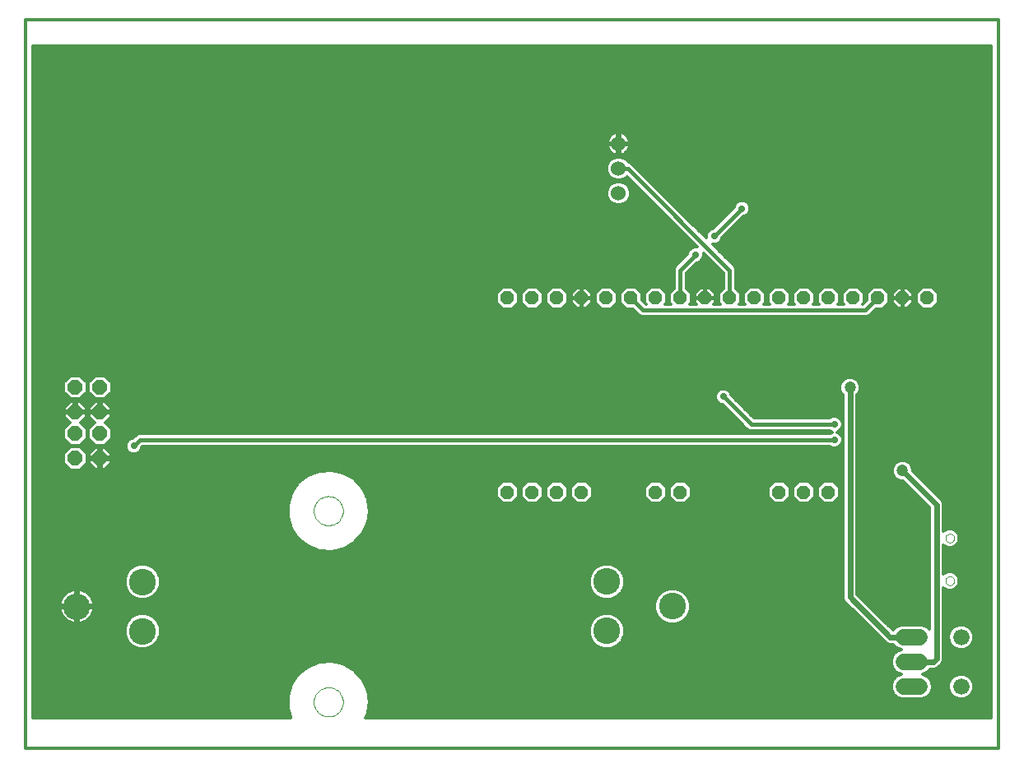
<source format=gbl>
G75*
G70*
%OFA0B0*%
%FSLAX24Y24*%
%IPPOS*%
%LPD*%
%AMOC8*
5,1,8,0,0,1.08239X$1,22.5*
%
%ADD10C,0.0120*%
%ADD11C,0.0000*%
%ADD12C,0.0600*%
%ADD13C,0.1080*%
%ADD14C,0.0650*%
%ADD15C,0.0660*%
%ADD16OC8,0.0531*%
%ADD17OC8,0.0591*%
%ADD18C,0.0290*%
%ADD19C,0.0220*%
%ADD20C,0.0472*%
%ADD21C,0.0160*%
D10*
X000624Y000160D02*
X000624Y029688D01*
X039994Y029688D01*
X039994Y000160D01*
X000624Y000160D01*
X000894Y001388D02*
X000894Y028638D01*
X039724Y028638D01*
X039724Y001388D01*
X014384Y001388D01*
X014460Y001546D01*
X014534Y002035D01*
X014460Y002524D01*
X014460Y002524D01*
X014246Y002970D01*
X014246Y002970D01*
X013909Y003333D01*
X013480Y003580D01*
X012998Y003690D01*
X012505Y003653D01*
X012505Y003653D01*
X012044Y003473D01*
X011657Y003164D01*
X011378Y002755D01*
X011233Y002282D01*
X011233Y001788D01*
X011356Y001388D01*
X000894Y001388D01*
X000894Y001464D02*
X011333Y001464D01*
X011296Y001582D02*
X000894Y001582D01*
X000894Y001701D02*
X011259Y001701D01*
X011233Y001819D02*
X000894Y001819D01*
X000894Y001938D02*
X011233Y001938D01*
X011233Y002056D02*
X000894Y002056D01*
X000894Y002175D02*
X011233Y002175D01*
X011236Y002293D02*
X000894Y002293D01*
X000894Y002412D02*
X011272Y002412D01*
X011309Y002530D02*
X000894Y002530D01*
X000894Y002649D02*
X011345Y002649D01*
X011378Y002755D02*
X011378Y002755D01*
X011386Y002767D02*
X000894Y002767D01*
X000894Y002886D02*
X011467Y002886D01*
X011548Y003004D02*
X000894Y003004D01*
X000894Y003123D02*
X011629Y003123D01*
X011657Y003164D02*
X011657Y003164D01*
X011657Y003164D01*
X011754Y003241D02*
X000894Y003241D01*
X000894Y003360D02*
X011902Y003360D01*
X012044Y003473D02*
X012044Y003473D01*
X012058Y003478D02*
X000894Y003478D01*
X000894Y003597D02*
X012360Y003597D01*
X012998Y003690D02*
X012998Y003690D01*
X013409Y003597D02*
X035669Y003597D01*
X035669Y003560D02*
X035669Y003760D01*
X035746Y003946D01*
X035888Y004088D01*
X036062Y004160D01*
X035888Y004232D01*
X035750Y004370D01*
X035566Y004370D01*
X035460Y004414D01*
X033753Y006121D01*
X033709Y006227D01*
X033709Y014486D01*
X033646Y014549D01*
X033583Y014702D01*
X033583Y014868D01*
X033646Y015021D01*
X033763Y015138D01*
X033916Y015201D01*
X034082Y015201D01*
X034235Y015138D01*
X034352Y015021D01*
X034415Y014868D01*
X034415Y014702D01*
X034352Y014549D01*
X034289Y014486D01*
X034289Y006405D01*
X035744Y004950D01*
X035750Y004950D01*
X035888Y005088D01*
X036074Y005165D01*
X036924Y005165D01*
X037110Y005088D01*
X037209Y004989D01*
X037209Y009915D01*
X036130Y010994D01*
X036041Y010994D01*
X035888Y011057D01*
X035771Y011174D01*
X035708Y011327D01*
X035708Y011493D01*
X035771Y011646D01*
X035888Y011763D01*
X036041Y011826D01*
X036207Y011826D01*
X036360Y011763D01*
X036477Y011646D01*
X036540Y011493D01*
X036540Y011404D01*
X037745Y010199D01*
X037789Y010093D01*
X037789Y008973D01*
X037820Y009004D01*
X037962Y009063D01*
X038116Y009063D01*
X038259Y009004D01*
X038367Y008895D01*
X038426Y008753D01*
X038426Y008599D01*
X038367Y008457D01*
X038259Y008348D01*
X038116Y008289D01*
X037962Y008289D01*
X037820Y008348D01*
X037789Y008379D01*
X037789Y007241D01*
X037820Y007272D01*
X037962Y007331D01*
X038116Y007331D01*
X038259Y007272D01*
X038367Y007163D01*
X038426Y007021D01*
X038426Y006867D01*
X038367Y006725D01*
X038259Y006616D01*
X038116Y006557D01*
X037962Y006557D01*
X037820Y006616D01*
X037789Y006647D01*
X037789Y003727D01*
X037745Y003621D01*
X037663Y003539D01*
X037538Y003414D01*
X037432Y003370D01*
X037248Y003370D01*
X037110Y003232D01*
X036936Y003160D01*
X037110Y003088D01*
X037252Y002946D01*
X037329Y002760D01*
X037329Y002560D01*
X037252Y002374D01*
X037110Y002232D01*
X036924Y002155D01*
X036074Y002155D01*
X035888Y002232D01*
X035746Y002374D01*
X035669Y002560D01*
X035669Y002760D01*
X035746Y002946D01*
X035888Y003088D01*
X036062Y003160D01*
X035888Y003232D01*
X035746Y003374D01*
X035669Y003560D01*
X035703Y003478D02*
X013658Y003478D01*
X013480Y003580D02*
X013480Y003580D01*
X013863Y003360D02*
X035761Y003360D01*
X035879Y003241D02*
X013994Y003241D01*
X013909Y003333D02*
X013909Y003333D01*
X014104Y003123D02*
X035972Y003123D01*
X035804Y003004D02*
X014214Y003004D01*
X014286Y002886D02*
X035721Y002886D01*
X035672Y002767D02*
X014343Y002767D01*
X014400Y002649D02*
X035669Y002649D01*
X035682Y002530D02*
X014458Y002530D01*
X014477Y002412D02*
X035731Y002412D01*
X035827Y002293D02*
X014495Y002293D01*
X014513Y002175D02*
X036027Y002175D01*
X036971Y002175D02*
X038338Y002175D01*
X038398Y002150D02*
X038600Y002150D01*
X038788Y002228D01*
X038931Y002371D01*
X039009Y002559D01*
X039009Y002761D01*
X038931Y002949D01*
X038788Y003092D01*
X038600Y003170D01*
X038398Y003170D01*
X038210Y003092D01*
X038067Y002949D01*
X037989Y002761D01*
X037989Y002559D01*
X038067Y002371D01*
X038210Y002228D01*
X038398Y002150D01*
X038660Y002175D02*
X039724Y002175D01*
X039724Y002293D02*
X038853Y002293D01*
X038948Y002412D02*
X039724Y002412D01*
X039724Y002530D02*
X038997Y002530D01*
X039009Y002649D02*
X039724Y002649D01*
X039724Y002767D02*
X039007Y002767D01*
X038958Y002886D02*
X039724Y002886D01*
X039724Y003004D02*
X038876Y003004D01*
X038715Y003123D02*
X039724Y003123D01*
X039724Y003241D02*
X037119Y003241D01*
X037026Y003123D02*
X038283Y003123D01*
X038122Y003004D02*
X037194Y003004D01*
X037277Y002886D02*
X038040Y002886D01*
X037991Y002767D02*
X037326Y002767D01*
X037329Y002649D02*
X037989Y002649D01*
X038001Y002530D02*
X037316Y002530D01*
X037267Y002412D02*
X038050Y002412D01*
X038145Y002293D02*
X037171Y002293D01*
X037237Y003360D02*
X039724Y003360D01*
X039724Y003478D02*
X037602Y003478D01*
X037721Y003597D02*
X039724Y003597D01*
X039724Y003715D02*
X037784Y003715D01*
X037789Y003834D02*
X039724Y003834D01*
X039724Y003952D02*
X037789Y003952D01*
X037789Y004071D02*
X039724Y004071D01*
X039724Y004189D02*
X038695Y004189D01*
X038788Y004228D02*
X038931Y004371D01*
X039009Y004559D01*
X039009Y004761D01*
X038931Y004949D01*
X038788Y005092D01*
X038600Y005170D01*
X038398Y005170D01*
X038210Y005092D01*
X038067Y004949D01*
X037989Y004761D01*
X037989Y004559D01*
X038067Y004371D01*
X038210Y004228D01*
X038398Y004150D01*
X038600Y004150D01*
X038788Y004228D01*
X038868Y004308D02*
X039724Y004308D01*
X039724Y004426D02*
X038954Y004426D01*
X039003Y004545D02*
X039724Y004545D01*
X039724Y004663D02*
X039009Y004663D01*
X039001Y004782D02*
X039724Y004782D01*
X039724Y004900D02*
X038952Y004900D01*
X038862Y005019D02*
X039724Y005019D01*
X039724Y005137D02*
X038680Y005137D01*
X038318Y005137D02*
X037789Y005137D01*
X037789Y005019D02*
X038136Y005019D01*
X038046Y004900D02*
X037789Y004900D01*
X037789Y004782D02*
X037997Y004782D01*
X037989Y004663D02*
X037789Y004663D01*
X037789Y004545D02*
X037995Y004545D01*
X038044Y004426D02*
X037789Y004426D01*
X037789Y004308D02*
X038130Y004308D01*
X038303Y004189D02*
X037789Y004189D01*
X037209Y005019D02*
X037179Y005019D01*
X037209Y005137D02*
X036991Y005137D01*
X037209Y005256D02*
X035439Y005256D01*
X035320Y005374D02*
X037209Y005374D01*
X037209Y005493D02*
X035202Y005493D01*
X035083Y005611D02*
X037209Y005611D01*
X037209Y005730D02*
X034965Y005730D01*
X034846Y005848D02*
X037209Y005848D01*
X037209Y005967D02*
X034728Y005967D01*
X034609Y006085D02*
X037209Y006085D01*
X037209Y006204D02*
X034491Y006204D01*
X034372Y006322D02*
X037209Y006322D01*
X037209Y006441D02*
X034289Y006441D01*
X034289Y006559D02*
X037209Y006559D01*
X037209Y006678D02*
X034289Y006678D01*
X034289Y006796D02*
X037209Y006796D01*
X037209Y006915D02*
X034289Y006915D01*
X034289Y007033D02*
X037209Y007033D01*
X037209Y007152D02*
X034289Y007152D01*
X034289Y007270D02*
X037209Y007270D01*
X037209Y007389D02*
X034289Y007389D01*
X034289Y007507D02*
X037209Y007507D01*
X037209Y007626D02*
X034289Y007626D01*
X034289Y007744D02*
X037209Y007744D01*
X037209Y007863D02*
X034289Y007863D01*
X034289Y007981D02*
X037209Y007981D01*
X037209Y008100D02*
X034289Y008100D01*
X034289Y008218D02*
X037209Y008218D01*
X037209Y008337D02*
X034289Y008337D01*
X034289Y008455D02*
X037209Y008455D01*
X037209Y008574D02*
X034289Y008574D01*
X034289Y008692D02*
X037209Y008692D01*
X037209Y008811D02*
X034289Y008811D01*
X034289Y008929D02*
X037209Y008929D01*
X037209Y009048D02*
X034289Y009048D01*
X034289Y009166D02*
X037209Y009166D01*
X037209Y009285D02*
X034289Y009285D01*
X034289Y009403D02*
X037209Y009403D01*
X037209Y009522D02*
X034289Y009522D01*
X034289Y009640D02*
X037209Y009640D01*
X037209Y009759D02*
X034289Y009759D01*
X034289Y009877D02*
X037209Y009877D01*
X037128Y009996D02*
X034289Y009996D01*
X034289Y010114D02*
X037010Y010114D01*
X036891Y010233D02*
X034289Y010233D01*
X034289Y010351D02*
X036773Y010351D01*
X036654Y010470D02*
X034289Y010470D01*
X034289Y010588D02*
X036536Y010588D01*
X036417Y010707D02*
X034289Y010707D01*
X034289Y010825D02*
X036299Y010825D01*
X036180Y010944D02*
X034289Y010944D01*
X034289Y011062D02*
X035883Y011062D01*
X035769Y011181D02*
X034289Y011181D01*
X034289Y011299D02*
X035719Y011299D01*
X035708Y011418D02*
X034289Y011418D01*
X034289Y011536D02*
X035726Y011536D01*
X035780Y011655D02*
X034289Y011655D01*
X034289Y011773D02*
X035913Y011773D01*
X036335Y011773D02*
X039724Y011773D01*
X039724Y011655D02*
X036468Y011655D01*
X036522Y011536D02*
X039724Y011536D01*
X039724Y011418D02*
X036540Y011418D01*
X036645Y011299D02*
X039724Y011299D01*
X039724Y011181D02*
X036764Y011181D01*
X036882Y011062D02*
X039724Y011062D01*
X039724Y010944D02*
X037001Y010944D01*
X037119Y010825D02*
X039724Y010825D01*
X039724Y010707D02*
X037238Y010707D01*
X037356Y010588D02*
X039724Y010588D01*
X039724Y010470D02*
X037475Y010470D01*
X037593Y010351D02*
X039724Y010351D01*
X039724Y010233D02*
X037712Y010233D01*
X037780Y010114D02*
X039724Y010114D01*
X039724Y009996D02*
X037789Y009996D01*
X037789Y009877D02*
X039724Y009877D01*
X039724Y009759D02*
X037789Y009759D01*
X037789Y009640D02*
X039724Y009640D01*
X039724Y009522D02*
X037789Y009522D01*
X037789Y009403D02*
X039724Y009403D01*
X039724Y009285D02*
X037789Y009285D01*
X037789Y009166D02*
X039724Y009166D01*
X039724Y009048D02*
X038154Y009048D01*
X038334Y008929D02*
X039724Y008929D01*
X039724Y008811D02*
X038403Y008811D01*
X038426Y008692D02*
X039724Y008692D01*
X039724Y008574D02*
X038416Y008574D01*
X038366Y008455D02*
X039724Y008455D01*
X039724Y008337D02*
X038231Y008337D01*
X037847Y008337D02*
X037789Y008337D01*
X037789Y008218D02*
X039724Y008218D01*
X039724Y008100D02*
X037789Y008100D01*
X037789Y007981D02*
X039724Y007981D01*
X039724Y007863D02*
X037789Y007863D01*
X037789Y007744D02*
X039724Y007744D01*
X039724Y007626D02*
X037789Y007626D01*
X037789Y007507D02*
X039724Y007507D01*
X039724Y007389D02*
X037789Y007389D01*
X037789Y007270D02*
X037818Y007270D01*
X038261Y007270D02*
X039724Y007270D01*
X039724Y007152D02*
X038372Y007152D01*
X038421Y007033D02*
X039724Y007033D01*
X039724Y006915D02*
X038426Y006915D01*
X038397Y006796D02*
X039724Y006796D01*
X039724Y006678D02*
X038320Y006678D01*
X038122Y006559D02*
X039724Y006559D01*
X039724Y006441D02*
X037789Y006441D01*
X037789Y006559D02*
X037957Y006559D01*
X037789Y006322D02*
X039724Y006322D01*
X039724Y006204D02*
X037789Y006204D01*
X037789Y006085D02*
X039724Y006085D01*
X039724Y005967D02*
X037789Y005967D01*
X037789Y005848D02*
X039724Y005848D01*
X039724Y005730D02*
X037789Y005730D01*
X037789Y005611D02*
X039724Y005611D01*
X039724Y005493D02*
X037789Y005493D01*
X037789Y005374D02*
X039724Y005374D01*
X039724Y005256D02*
X037789Y005256D01*
X036007Y005137D02*
X035557Y005137D01*
X035676Y005019D02*
X035819Y005019D01*
X035329Y004545D02*
X024777Y004545D01*
X024761Y004506D02*
X024871Y004771D01*
X024871Y005057D01*
X024761Y005322D01*
X024558Y005524D01*
X024294Y005634D01*
X024007Y005634D01*
X023743Y005524D01*
X023540Y005322D01*
X023431Y005057D01*
X023431Y004771D01*
X023540Y004506D01*
X023743Y004304D01*
X024007Y004194D01*
X024294Y004194D01*
X024558Y004304D01*
X024761Y004506D01*
X024681Y004426D02*
X035448Y004426D01*
X035211Y004663D02*
X024826Y004663D01*
X024871Y004782D02*
X035092Y004782D01*
X034974Y004900D02*
X024871Y004900D01*
X024871Y005019D02*
X034855Y005019D01*
X034737Y005137D02*
X024838Y005137D01*
X024788Y005256D02*
X026515Y005256D01*
X026399Y005304D02*
X026664Y005194D01*
X026950Y005194D01*
X027215Y005304D01*
X027418Y005506D01*
X027527Y005771D01*
X027527Y006057D01*
X027418Y006322D01*
X027215Y006524D01*
X026950Y006634D01*
X026664Y006634D01*
X026399Y006524D01*
X026197Y006322D01*
X024577Y006322D01*
X024558Y006304D02*
X024761Y006506D01*
X024871Y006771D01*
X024871Y007057D01*
X024761Y007322D01*
X024558Y007524D01*
X024294Y007634D01*
X024007Y007634D01*
X023743Y007524D01*
X023540Y007322D01*
X023431Y007057D01*
X023431Y006771D01*
X023540Y006506D01*
X023743Y006304D01*
X024007Y006194D01*
X024294Y006194D01*
X024558Y006304D01*
X024695Y006441D02*
X026316Y006441D01*
X026197Y006322D02*
X026087Y006057D01*
X026087Y005771D01*
X026197Y005506D01*
X026399Y005304D01*
X026329Y005374D02*
X024709Y005374D01*
X024590Y005493D02*
X026210Y005493D01*
X026153Y005611D02*
X024349Y005611D01*
X023952Y005611D02*
X005527Y005611D01*
X005491Y005626D02*
X005204Y005626D01*
X004940Y005516D01*
X004737Y005314D01*
X004627Y005049D01*
X004627Y004763D01*
X004737Y004498D01*
X004940Y004296D01*
X005204Y004186D01*
X005491Y004186D01*
X005755Y004296D01*
X005958Y004498D01*
X006067Y004763D01*
X006067Y005049D01*
X005958Y005314D01*
X005755Y005516D01*
X005491Y005626D01*
X005779Y005493D02*
X023711Y005493D01*
X023592Y005374D02*
X005898Y005374D01*
X005982Y005256D02*
X023513Y005256D01*
X023464Y005137D02*
X006031Y005137D01*
X006067Y005019D02*
X023431Y005019D01*
X023431Y004900D02*
X006067Y004900D01*
X006067Y004782D02*
X023431Y004782D01*
X023475Y004663D02*
X006026Y004663D01*
X005977Y004545D02*
X023524Y004545D01*
X023620Y004426D02*
X005886Y004426D01*
X005767Y004308D02*
X023739Y004308D01*
X024562Y004308D02*
X035813Y004308D01*
X035992Y004189D02*
X005498Y004189D01*
X005197Y004189D02*
X000894Y004189D01*
X000894Y004071D02*
X035871Y004071D01*
X035752Y003952D02*
X000894Y003952D01*
X000894Y003834D02*
X035700Y003834D01*
X035669Y003715D02*
X000894Y003715D01*
X000894Y004308D02*
X004928Y004308D01*
X004809Y004426D02*
X000894Y004426D01*
X000894Y004545D02*
X004718Y004545D01*
X004669Y004663D02*
X000894Y004663D01*
X000894Y004782D02*
X004627Y004782D01*
X004627Y004900D02*
X000894Y004900D01*
X000894Y005019D02*
X004627Y005019D01*
X004664Y005137D02*
X000894Y005137D01*
X000894Y005256D02*
X002432Y005256D01*
X002465Y005242D02*
X002554Y005218D01*
X002631Y005208D01*
X002631Y005846D01*
X002751Y005846D01*
X002751Y005966D01*
X003389Y005966D01*
X003379Y006043D01*
X003355Y006132D01*
X003320Y006216D01*
X003274Y006296D01*
X003218Y006369D01*
X003153Y006433D01*
X003080Y006489D01*
X003001Y006535D01*
X002916Y006570D01*
X002828Y006594D01*
X002751Y006604D01*
X002751Y005966D01*
X002631Y005966D01*
X002631Y006604D01*
X002554Y006594D01*
X002465Y006570D01*
X002380Y006535D01*
X002301Y006489D01*
X002228Y006433D01*
X002163Y006369D01*
X002107Y006296D01*
X002062Y006216D01*
X002026Y006132D01*
X002003Y006043D01*
X001993Y005966D01*
X002631Y005966D01*
X002631Y005846D01*
X001993Y005846D01*
X002003Y005769D01*
X002026Y005681D01*
X002062Y005596D01*
X002107Y005516D01*
X002163Y005444D01*
X002228Y005379D01*
X002301Y005323D01*
X002380Y005277D01*
X002465Y005242D01*
X002631Y005256D02*
X002751Y005256D01*
X002751Y005208D02*
X002828Y005218D01*
X002916Y005242D01*
X003001Y005277D01*
X003080Y005323D01*
X003153Y005379D01*
X003218Y005444D01*
X003274Y005516D01*
X003320Y005596D01*
X003355Y005681D01*
X003379Y005769D01*
X003389Y005846D01*
X002751Y005846D01*
X002751Y005208D01*
X002751Y005374D02*
X002631Y005374D01*
X002631Y005493D02*
X002751Y005493D01*
X002751Y005611D02*
X002631Y005611D01*
X002631Y005730D02*
X002751Y005730D01*
X002751Y005848D02*
X026087Y005848D01*
X026087Y005967D02*
X003389Y005967D01*
X003367Y006085D02*
X026099Y006085D01*
X026148Y006204D02*
X024317Y006204D01*
X023984Y006204D02*
X005533Y006204D01*
X005491Y006186D02*
X005755Y006296D01*
X005958Y006498D01*
X006067Y006763D01*
X006067Y007049D01*
X005958Y007314D01*
X005755Y007516D01*
X005491Y007626D01*
X005204Y007626D01*
X004940Y007516D01*
X004737Y007314D01*
X004627Y007049D01*
X004627Y006763D01*
X004737Y006498D01*
X004940Y006296D01*
X005204Y006186D01*
X005491Y006186D01*
X005782Y006322D02*
X023724Y006322D01*
X023606Y006441D02*
X005900Y006441D01*
X005983Y006559D02*
X023518Y006559D01*
X023469Y006678D02*
X006032Y006678D01*
X006067Y006796D02*
X023431Y006796D01*
X023431Y006915D02*
X006067Y006915D01*
X006067Y007033D02*
X023431Y007033D01*
X023470Y007152D02*
X006025Y007152D01*
X005976Y007270D02*
X023519Y007270D01*
X023607Y007389D02*
X005883Y007389D01*
X005765Y007507D02*
X023725Y007507D01*
X023987Y007626D02*
X005492Y007626D01*
X005203Y007626D02*
X000894Y007626D01*
X000894Y007744D02*
X033709Y007744D01*
X033709Y007626D02*
X024314Y007626D01*
X024576Y007507D02*
X033709Y007507D01*
X033709Y007389D02*
X024694Y007389D01*
X024782Y007270D02*
X033709Y007270D01*
X033709Y007152D02*
X024831Y007152D01*
X024871Y007033D02*
X033709Y007033D01*
X033709Y006915D02*
X024871Y006915D01*
X024871Y006796D02*
X033709Y006796D01*
X033709Y006678D02*
X024832Y006678D01*
X024783Y006559D02*
X026483Y006559D01*
X027131Y006559D02*
X033709Y006559D01*
X033709Y006441D02*
X027299Y006441D01*
X027417Y006322D02*
X033709Y006322D01*
X033719Y006204D02*
X027467Y006204D01*
X027516Y006085D02*
X033789Y006085D01*
X033907Y005967D02*
X027527Y005967D01*
X027527Y005848D02*
X034026Y005848D01*
X034144Y005730D02*
X027510Y005730D01*
X027461Y005611D02*
X034263Y005611D01*
X034381Y005493D02*
X027404Y005493D01*
X027286Y005374D02*
X034500Y005374D01*
X034618Y005256D02*
X027099Y005256D01*
X026104Y005730D02*
X003368Y005730D01*
X003326Y005611D02*
X005168Y005611D01*
X004916Y005493D02*
X003256Y005493D01*
X003147Y005374D02*
X004797Y005374D01*
X004713Y005256D02*
X002949Y005256D01*
X002234Y005374D02*
X000894Y005374D01*
X000894Y005493D02*
X002126Y005493D01*
X002055Y005611D02*
X000894Y005611D01*
X000894Y005730D02*
X002013Y005730D01*
X001993Y005967D02*
X000894Y005967D01*
X000894Y006085D02*
X002014Y006085D01*
X002056Y006204D02*
X000894Y006204D01*
X000894Y006322D02*
X002128Y006322D01*
X002237Y006441D02*
X000894Y006441D01*
X000894Y006559D02*
X002438Y006559D01*
X002631Y006559D02*
X002751Y006559D01*
X002751Y006441D02*
X002631Y006441D01*
X002631Y006322D02*
X002751Y006322D01*
X002751Y006204D02*
X002631Y006204D01*
X002631Y006085D02*
X002751Y006085D01*
X002751Y005967D02*
X002631Y005967D01*
X002631Y005848D02*
X000894Y005848D01*
X000894Y006678D02*
X004663Y006678D01*
X004627Y006796D02*
X000894Y006796D01*
X000894Y006915D02*
X004627Y006915D01*
X004627Y007033D02*
X000894Y007033D01*
X000894Y007152D02*
X004670Y007152D01*
X004719Y007270D02*
X000894Y007270D01*
X000894Y007389D02*
X004812Y007389D01*
X004930Y007507D02*
X000894Y007507D01*
X000894Y007863D02*
X033709Y007863D01*
X033709Y007981D02*
X000894Y007981D01*
X000894Y008100D02*
X033709Y008100D01*
X033709Y008218D02*
X013385Y008218D01*
X013480Y008240D02*
X013480Y008240D01*
X012998Y008130D01*
X012998Y008130D01*
X012505Y008167D01*
X012505Y008167D01*
X012044Y008347D01*
X012044Y008347D01*
X011657Y008656D01*
X011657Y008656D01*
X011657Y008656D01*
X011378Y009065D01*
X011378Y009065D01*
X011233Y009538D01*
X011233Y010032D01*
X011378Y010505D01*
X011378Y010505D01*
X011657Y010914D01*
X011657Y010914D01*
X011657Y010914D01*
X012044Y011223D01*
X012505Y011403D01*
X012998Y011440D01*
X013480Y011330D01*
X013909Y011083D01*
X013909Y011083D01*
X014246Y010720D01*
X014246Y010720D01*
X014460Y010274D01*
X014460Y010274D01*
X014534Y009785D01*
X014460Y009296D01*
X014246Y008850D01*
X014246Y008850D01*
X013909Y008487D01*
X013909Y008487D01*
X013480Y008240D01*
X013648Y008337D02*
X033709Y008337D01*
X033709Y008455D02*
X013853Y008455D01*
X013989Y008574D02*
X033709Y008574D01*
X033709Y008692D02*
X014099Y008692D01*
X014209Y008811D02*
X033709Y008811D01*
X033709Y008929D02*
X014284Y008929D01*
X014341Y009048D02*
X033709Y009048D01*
X033709Y009166D02*
X014398Y009166D01*
X014455Y009285D02*
X033709Y009285D01*
X033709Y009403D02*
X014476Y009403D01*
X014460Y009296D02*
X014460Y009296D01*
X014494Y009522D02*
X033709Y009522D01*
X033709Y009640D02*
X014512Y009640D01*
X014530Y009759D02*
X033709Y009759D01*
X033709Y009877D02*
X014520Y009877D01*
X014502Y009996D02*
X033709Y009996D01*
X033709Y010114D02*
X033333Y010114D01*
X033309Y010089D02*
X033570Y010350D01*
X033570Y010720D01*
X033309Y010981D01*
X032939Y010981D01*
X032678Y010720D01*
X032678Y010350D01*
X032939Y010089D01*
X033309Y010089D01*
X033452Y010233D02*
X033709Y010233D01*
X033709Y010351D02*
X033570Y010351D01*
X033570Y010470D02*
X033709Y010470D01*
X033709Y010588D02*
X033570Y010588D01*
X033570Y010707D02*
X033709Y010707D01*
X033709Y010825D02*
X033464Y010825D01*
X033346Y010944D02*
X033709Y010944D01*
X033709Y011062D02*
X013928Y011062D01*
X014038Y010944D02*
X019902Y010944D01*
X019939Y010981D02*
X019678Y010720D01*
X019678Y010350D01*
X019939Y010089D01*
X020309Y010089D01*
X020570Y010350D01*
X020570Y010720D01*
X020309Y010981D01*
X019939Y010981D01*
X019784Y010825D02*
X014148Y010825D01*
X014252Y010707D02*
X019678Y010707D01*
X019678Y010588D02*
X014309Y010588D01*
X014366Y010470D02*
X019678Y010470D01*
X019678Y010351D02*
X014423Y010351D01*
X014467Y010233D02*
X019796Y010233D01*
X019915Y010114D02*
X014484Y010114D01*
X013740Y011181D02*
X033709Y011181D01*
X033709Y011299D02*
X013535Y011299D01*
X013098Y011418D02*
X033709Y011418D01*
X033709Y011536D02*
X003894Y011536D01*
X003813Y011455D02*
X004079Y011721D01*
X004079Y011872D01*
X003662Y011872D01*
X003662Y011455D01*
X003813Y011455D01*
X003662Y011536D02*
X003586Y011536D01*
X003586Y011455D02*
X003586Y011872D01*
X003169Y011872D01*
X003169Y011721D01*
X003435Y011455D01*
X003586Y011455D01*
X003586Y011655D02*
X003662Y011655D01*
X003662Y011773D02*
X003586Y011773D01*
X003586Y011872D02*
X003662Y011872D01*
X003662Y011948D01*
X003586Y011948D01*
X003586Y011872D01*
X003586Y011892D02*
X003099Y011892D01*
X003169Y011948D02*
X003586Y011948D01*
X003586Y012365D01*
X003435Y012365D01*
X003169Y012099D01*
X003169Y011948D01*
X003169Y012010D02*
X003099Y012010D01*
X003099Y012107D02*
X002821Y012385D01*
X002427Y012385D01*
X002149Y012107D01*
X002149Y011713D01*
X002427Y011435D01*
X002821Y011435D01*
X003099Y011713D01*
X003099Y012107D01*
X003078Y012129D02*
X003199Y012129D01*
X003317Y012247D02*
X002959Y012247D01*
X002841Y012366D02*
X004674Y012366D01*
X004674Y012345D02*
X004723Y012226D01*
X004815Y012134D01*
X004934Y012085D01*
X005064Y012085D01*
X005183Y012134D01*
X005275Y012226D01*
X005324Y012345D01*
X005324Y012367D01*
X005357Y012400D01*
X033174Y012400D01*
X033190Y012384D01*
X033309Y012335D01*
X033439Y012335D01*
X033558Y012384D01*
X033650Y012476D01*
X033699Y012595D01*
X033699Y012725D01*
X033650Y012844D01*
X033558Y012936D01*
X033469Y012973D01*
X033558Y013009D01*
X033650Y013101D01*
X033699Y013220D01*
X033699Y013350D01*
X033650Y013469D01*
X033558Y013561D01*
X033439Y013610D01*
X033309Y013610D01*
X033190Y013561D01*
X033174Y013545D01*
X030107Y013545D01*
X029199Y014453D01*
X029199Y014475D01*
X029150Y014594D01*
X029058Y014686D01*
X028939Y014735D01*
X028809Y014735D01*
X028690Y014686D01*
X028598Y014594D01*
X028549Y014475D01*
X028549Y014345D01*
X028598Y014226D01*
X028690Y014134D01*
X028809Y014085D01*
X028831Y014085D01*
X029852Y013065D01*
X029947Y013025D01*
X033174Y013025D01*
X033190Y013009D01*
X033279Y012973D01*
X033190Y012936D01*
X033174Y012920D01*
X005197Y012920D01*
X005102Y012880D01*
X004956Y012735D01*
X004934Y012735D01*
X004815Y012686D01*
X004723Y012594D01*
X004674Y012475D01*
X004674Y012345D01*
X004715Y012247D02*
X003931Y012247D01*
X003813Y012365D02*
X003662Y012365D01*
X003662Y011948D01*
X004079Y011948D01*
X004079Y012099D01*
X003813Y012365D01*
X003821Y012435D02*
X004099Y012713D01*
X004099Y013107D01*
X003845Y013362D01*
X004079Y013596D01*
X004079Y013747D01*
X003662Y013747D01*
X003662Y013823D01*
X003586Y013823D01*
X003586Y013747D01*
X003169Y013747D01*
X003169Y013596D01*
X003404Y013362D01*
X003149Y013107D01*
X003149Y012713D01*
X003427Y012435D01*
X003821Y012435D01*
X003870Y012484D02*
X004678Y012484D01*
X004732Y012603D02*
X003989Y012603D01*
X004099Y012721D02*
X004901Y012721D01*
X005061Y012840D02*
X004099Y012840D01*
X004099Y012958D02*
X033244Y012958D01*
X033504Y012958D02*
X033709Y012958D01*
X033709Y012840D02*
X033651Y012840D01*
X033699Y012721D02*
X033709Y012721D01*
X033699Y012603D02*
X033709Y012603D01*
X033709Y012484D02*
X033653Y012484D01*
X033709Y012366D02*
X033512Y012366D01*
X033709Y012247D02*
X005283Y012247D01*
X005324Y012366D02*
X033236Y012366D01*
X033709Y012129D02*
X005169Y012129D01*
X004829Y012129D02*
X004049Y012129D01*
X004079Y012010D02*
X033709Y012010D01*
X033709Y011892D02*
X003662Y011892D01*
X003662Y012010D02*
X003586Y012010D01*
X003586Y012129D02*
X003662Y012129D01*
X003662Y012247D02*
X003586Y012247D01*
X003378Y012484D02*
X002870Y012484D01*
X002821Y012435D02*
X003099Y012713D01*
X003099Y013107D01*
X002845Y013362D01*
X003079Y013596D01*
X003079Y013747D01*
X002662Y013747D01*
X002662Y013823D01*
X002586Y013823D01*
X002586Y013747D01*
X002169Y013747D01*
X002169Y013596D01*
X002404Y013362D01*
X002149Y013107D01*
X002149Y012713D01*
X002427Y012435D01*
X002821Y012435D01*
X002989Y012603D02*
X003259Y012603D01*
X003149Y012721D02*
X003099Y012721D01*
X003099Y012840D02*
X003149Y012840D01*
X003149Y012958D02*
X003099Y012958D01*
X003099Y013077D02*
X003149Y013077D01*
X003237Y013195D02*
X003011Y013195D01*
X002893Y013314D02*
X003355Y013314D01*
X003333Y013432D02*
X002915Y013432D01*
X003033Y013551D02*
X003215Y013551D01*
X003169Y013669D02*
X003079Y013669D01*
X003079Y013823D02*
X003079Y013974D01*
X002813Y014240D01*
X002662Y014240D01*
X002662Y013823D01*
X003079Y013823D01*
X003079Y013906D02*
X003169Y013906D01*
X003169Y013974D02*
X003169Y013823D01*
X003586Y013823D01*
X003586Y014240D01*
X003435Y014240D01*
X003169Y013974D01*
X003220Y014025D02*
X003028Y014025D01*
X002910Y014143D02*
X003338Y014143D01*
X003427Y014310D02*
X003821Y014310D01*
X004099Y014588D01*
X004099Y014982D01*
X003821Y015260D01*
X003427Y015260D01*
X003149Y014982D01*
X003149Y014588D01*
X003427Y014310D01*
X003357Y014380D02*
X002891Y014380D01*
X002821Y014310D02*
X003099Y014588D01*
X003099Y014982D01*
X002821Y015260D01*
X002427Y015260D01*
X002149Y014982D01*
X002149Y014588D01*
X002427Y014310D01*
X002821Y014310D01*
X002662Y014143D02*
X002586Y014143D01*
X002586Y014240D02*
X002435Y014240D01*
X002169Y013974D01*
X002169Y013823D01*
X002586Y013823D01*
X002586Y014240D01*
X002586Y014025D02*
X002662Y014025D01*
X002662Y013906D02*
X002586Y013906D01*
X002586Y013788D02*
X000894Y013788D01*
X000894Y013906D02*
X002169Y013906D01*
X002220Y014025D02*
X000894Y014025D01*
X000894Y014143D02*
X002338Y014143D01*
X002357Y014380D02*
X000894Y014380D01*
X000894Y014262D02*
X028584Y014262D01*
X028549Y014380D02*
X003891Y014380D01*
X003813Y014240D02*
X003662Y014240D01*
X003662Y013823D01*
X004079Y013823D01*
X004079Y013974D01*
X003813Y014240D01*
X003910Y014143D02*
X028681Y014143D01*
X028892Y014025D02*
X004028Y014025D01*
X004079Y013906D02*
X029010Y013906D01*
X029129Y013788D02*
X003662Y013788D01*
X003586Y013788D02*
X002662Y013788D01*
X002333Y013432D02*
X000894Y013432D01*
X000894Y013314D02*
X002355Y013314D01*
X002237Y013195D02*
X000894Y013195D01*
X000894Y013077D02*
X002149Y013077D01*
X002149Y012958D02*
X000894Y012958D01*
X000894Y012840D02*
X002149Y012840D01*
X002149Y012721D02*
X000894Y012721D01*
X000894Y012603D02*
X002259Y012603D01*
X002378Y012484D02*
X000894Y012484D01*
X000894Y012366D02*
X002407Y012366D01*
X002289Y012247D02*
X000894Y012247D01*
X000894Y012129D02*
X002170Y012129D01*
X002149Y012010D02*
X000894Y012010D01*
X000894Y011892D02*
X002149Y011892D01*
X002149Y011773D02*
X000894Y011773D01*
X000894Y011655D02*
X002207Y011655D01*
X002326Y011536D02*
X000894Y011536D01*
X000894Y011418D02*
X012693Y011418D01*
X012239Y011299D02*
X000894Y011299D01*
X000894Y011181D02*
X011991Y011181D01*
X011843Y011062D02*
X000894Y011062D01*
X000894Y010944D02*
X011694Y010944D01*
X011596Y010825D02*
X000894Y010825D01*
X000894Y010707D02*
X011516Y010707D01*
X011435Y010588D02*
X000894Y010588D01*
X000894Y010470D02*
X011367Y010470D01*
X011331Y010351D02*
X000894Y010351D01*
X000894Y010233D02*
X011294Y010233D01*
X011258Y010114D02*
X000894Y010114D01*
X000894Y009996D02*
X011233Y009996D01*
X011233Y009877D02*
X000894Y009877D01*
X000894Y009759D02*
X011233Y009759D01*
X011233Y009640D02*
X000894Y009640D01*
X000894Y009522D02*
X011238Y009522D01*
X011274Y009403D02*
X000894Y009403D01*
X000894Y009285D02*
X011311Y009285D01*
X011347Y009166D02*
X000894Y009166D01*
X000894Y009048D02*
X011390Y009048D01*
X011471Y008929D02*
X000894Y008929D01*
X000894Y008811D02*
X011552Y008811D01*
X011633Y008692D02*
X000894Y008692D01*
X000894Y008574D02*
X011760Y008574D01*
X011909Y008455D02*
X000894Y008455D01*
X000894Y008337D02*
X012072Y008337D01*
X012374Y008218D02*
X000894Y008218D01*
X002944Y006559D02*
X004712Y006559D01*
X004795Y006441D02*
X003144Y006441D01*
X003254Y006322D02*
X004913Y006322D01*
X005162Y006204D02*
X003325Y006204D01*
X003354Y011536D02*
X002922Y011536D01*
X003041Y011655D02*
X003236Y011655D01*
X003169Y011773D02*
X003099Y011773D01*
X004012Y011655D02*
X033709Y011655D01*
X033709Y011773D02*
X004079Y011773D01*
X004099Y013077D02*
X029840Y013077D01*
X029721Y013195D02*
X004011Y013195D01*
X003893Y013314D02*
X029603Y013314D01*
X029484Y013432D02*
X003915Y013432D01*
X004033Y013551D02*
X029366Y013551D01*
X029247Y013669D02*
X004079Y013669D01*
X003662Y013906D02*
X003586Y013906D01*
X003586Y014025D02*
X003662Y014025D01*
X003662Y014143D02*
X003586Y014143D01*
X003238Y014499D02*
X003010Y014499D01*
X003099Y014617D02*
X003149Y014617D01*
X003149Y014736D02*
X003099Y014736D01*
X003099Y014854D02*
X003149Y014854D01*
X003149Y014973D02*
X003099Y014973D01*
X002990Y015091D02*
X003258Y015091D01*
X003376Y015210D02*
X002872Y015210D01*
X002376Y015210D02*
X000894Y015210D01*
X000894Y015328D02*
X039724Y015328D01*
X039724Y015210D02*
X003872Y015210D01*
X003990Y015091D02*
X033716Y015091D01*
X033626Y014973D02*
X004099Y014973D01*
X004099Y014854D02*
X033583Y014854D01*
X033583Y014736D02*
X004099Y014736D01*
X004099Y014617D02*
X028621Y014617D01*
X028559Y014499D02*
X004010Y014499D01*
X002238Y014499D02*
X000894Y014499D01*
X000894Y014617D02*
X002149Y014617D01*
X002149Y014736D02*
X000894Y014736D01*
X000894Y014854D02*
X002149Y014854D01*
X002149Y014973D02*
X000894Y014973D01*
X000894Y015091D02*
X002258Y015091D01*
X000894Y015447D02*
X039724Y015447D01*
X039724Y015565D02*
X000894Y015565D01*
X000894Y015684D02*
X039724Y015684D01*
X039724Y015802D02*
X000894Y015802D01*
X000894Y015921D02*
X039724Y015921D01*
X039724Y016039D02*
X000894Y016039D01*
X000894Y016158D02*
X039724Y016158D01*
X039724Y016276D02*
X000894Y016276D01*
X000894Y016395D02*
X039724Y016395D01*
X039724Y016513D02*
X000894Y016513D01*
X000894Y016632D02*
X039724Y016632D01*
X039724Y016750D02*
X000894Y016750D01*
X000894Y016869D02*
X039724Y016869D01*
X039724Y016987D02*
X000894Y016987D01*
X000894Y017106D02*
X039724Y017106D01*
X039724Y017224D02*
X000894Y017224D01*
X000894Y017343D02*
X039724Y017343D01*
X039724Y017461D02*
X000894Y017461D01*
X000894Y017580D02*
X039724Y017580D01*
X039724Y017698D02*
X034780Y017698D01*
X034771Y017690D02*
X035046Y017964D01*
X035309Y017964D01*
X035570Y018225D01*
X035570Y018595D01*
X035309Y018856D01*
X034939Y018856D01*
X034678Y018595D01*
X034678Y018332D01*
X034516Y018170D01*
X034514Y018170D01*
X034570Y018225D01*
X034570Y018595D01*
X034309Y018856D01*
X033939Y018856D01*
X033678Y018595D01*
X033678Y018225D01*
X033734Y018170D01*
X033514Y018170D01*
X033570Y018225D01*
X033570Y018595D01*
X033309Y018856D01*
X032939Y018856D01*
X032678Y018595D01*
X032678Y018225D01*
X032734Y018170D01*
X032514Y018170D01*
X032570Y018225D01*
X032570Y018595D01*
X032309Y018856D01*
X031939Y018856D01*
X031678Y018595D01*
X031678Y018225D01*
X031734Y018170D01*
X031514Y018170D01*
X031570Y018225D01*
X031570Y018595D01*
X031309Y018856D01*
X030939Y018856D01*
X030678Y018595D01*
X030678Y018225D01*
X030734Y018170D01*
X030514Y018170D01*
X030570Y018225D01*
X030570Y018595D01*
X030309Y018856D01*
X029939Y018856D01*
X029678Y018595D01*
X029678Y018225D01*
X029734Y018170D01*
X029514Y018170D01*
X029570Y018225D01*
X029570Y018595D01*
X029384Y018780D01*
X029384Y019587D01*
X029344Y019682D01*
X028442Y020585D01*
X028564Y020585D01*
X028683Y020634D01*
X028775Y020726D01*
X028824Y020845D01*
X028824Y020867D01*
X029667Y021710D01*
X029689Y021710D01*
X029808Y021759D01*
X029900Y021851D01*
X029949Y021970D01*
X029949Y022100D01*
X029900Y022219D01*
X029808Y022311D01*
X029689Y022360D01*
X029559Y022360D01*
X029440Y022311D01*
X029348Y022219D01*
X029299Y022100D01*
X029299Y022078D01*
X028456Y021235D01*
X028434Y021235D01*
X028315Y021186D01*
X028223Y021094D01*
X028174Y020975D01*
X028174Y020853D01*
X025219Y023807D01*
X025146Y023880D01*
X025051Y023920D01*
X025036Y023920D01*
X025031Y023932D01*
X024896Y024067D01*
X024719Y024140D01*
X024529Y024140D01*
X024352Y024067D01*
X024217Y023932D01*
X024144Y023755D01*
X024144Y023565D01*
X024217Y023388D01*
X024352Y023253D01*
X024529Y023180D01*
X024719Y023180D01*
X024896Y023253D01*
X024967Y023324D01*
X027806Y020485D01*
X027684Y020485D01*
X027565Y020436D01*
X027473Y020344D01*
X027424Y020225D01*
X027424Y020203D01*
X026977Y019755D01*
X026904Y019682D01*
X026864Y019587D01*
X026864Y018780D01*
X026678Y018595D01*
X026678Y018225D01*
X026734Y018170D01*
X026514Y018170D01*
X026570Y018225D01*
X026570Y018595D01*
X026309Y018856D01*
X025939Y018856D01*
X025678Y018595D01*
X025678Y018225D01*
X025734Y018170D01*
X025732Y018170D01*
X025570Y018332D01*
X025570Y018595D01*
X025309Y018856D01*
X024939Y018856D01*
X024678Y018595D01*
X024678Y018225D01*
X024939Y017964D01*
X025202Y017964D01*
X025404Y017763D01*
X025477Y017690D01*
X025572Y017650D01*
X034676Y017650D01*
X034771Y017690D01*
X034898Y017817D02*
X039724Y017817D01*
X039724Y017935D02*
X035017Y017935D01*
X035398Y018054D02*
X035878Y018054D01*
X035948Y017984D02*
X035698Y018234D01*
X035698Y018381D01*
X036095Y018381D01*
X036153Y018381D01*
X036153Y018439D01*
X036550Y018439D01*
X036550Y018586D01*
X036300Y018836D01*
X036153Y018836D01*
X036153Y018439D01*
X036095Y018439D01*
X036095Y018836D01*
X035948Y018836D01*
X035698Y018586D01*
X035698Y018439D01*
X036095Y018439D01*
X036095Y018381D01*
X036095Y017984D01*
X035948Y017984D01*
X036095Y018054D02*
X036153Y018054D01*
X036153Y017984D02*
X036300Y017984D01*
X036550Y018234D01*
X036550Y018381D01*
X036153Y018381D01*
X036153Y017984D01*
X036153Y018172D02*
X036095Y018172D01*
X036095Y018291D02*
X036153Y018291D01*
X036153Y018409D02*
X036678Y018409D01*
X036678Y018291D02*
X036550Y018291D01*
X036488Y018172D02*
X036732Y018172D01*
X036678Y018225D02*
X036939Y017964D01*
X037309Y017964D01*
X037570Y018225D01*
X037570Y018595D01*
X037309Y018856D01*
X036939Y018856D01*
X036678Y018595D01*
X036678Y018225D01*
X036850Y018054D02*
X036370Y018054D01*
X036095Y018409D02*
X035570Y018409D01*
X035570Y018291D02*
X035698Y018291D01*
X035760Y018172D02*
X035516Y018172D01*
X035570Y018528D02*
X035698Y018528D01*
X035758Y018646D02*
X035518Y018646D01*
X035400Y018765D02*
X035876Y018765D01*
X036095Y018765D02*
X036153Y018765D01*
X036153Y018646D02*
X036095Y018646D01*
X036095Y018528D02*
X036153Y018528D01*
X036372Y018765D02*
X036848Y018765D01*
X036730Y018646D02*
X036490Y018646D01*
X036550Y018528D02*
X036678Y018528D01*
X037400Y018765D02*
X039724Y018765D01*
X039724Y018883D02*
X029384Y018883D01*
X029384Y019002D02*
X039724Y019002D01*
X039724Y019120D02*
X029384Y019120D01*
X029384Y019239D02*
X039724Y019239D01*
X039724Y019357D02*
X029384Y019357D01*
X029384Y019476D02*
X039724Y019476D01*
X039724Y019594D02*
X029381Y019594D01*
X029314Y019713D02*
X039724Y019713D01*
X039724Y019831D02*
X029196Y019831D01*
X029077Y019950D02*
X039724Y019950D01*
X039724Y020068D02*
X028959Y020068D01*
X028840Y020187D02*
X039724Y020187D01*
X039724Y020305D02*
X028722Y020305D01*
X028603Y020424D02*
X039724Y020424D01*
X039724Y020542D02*
X028485Y020542D01*
X028709Y020661D02*
X039724Y020661D01*
X039724Y020779D02*
X028797Y020779D01*
X028854Y020898D02*
X039724Y020898D01*
X039724Y021016D02*
X028973Y021016D01*
X029091Y021135D02*
X039724Y021135D01*
X039724Y021253D02*
X029210Y021253D01*
X029328Y021372D02*
X039724Y021372D01*
X039724Y021490D02*
X029447Y021490D01*
X029565Y021609D02*
X039724Y021609D01*
X039724Y021727D02*
X029730Y021727D01*
X029894Y021846D02*
X039724Y021846D01*
X039724Y021964D02*
X029946Y021964D01*
X029949Y022083D02*
X039724Y022083D01*
X039724Y022201D02*
X029907Y022201D01*
X029786Y022320D02*
X039724Y022320D01*
X039724Y022438D02*
X026589Y022438D01*
X026707Y022320D02*
X029462Y022320D01*
X029341Y022201D02*
X026826Y022201D01*
X026944Y022083D02*
X029299Y022083D01*
X029185Y021964D02*
X027063Y021964D01*
X027181Y021846D02*
X029067Y021846D01*
X028948Y021727D02*
X027300Y021727D01*
X027418Y021609D02*
X028830Y021609D01*
X028711Y021490D02*
X027537Y021490D01*
X027655Y021372D02*
X028593Y021372D01*
X028474Y021253D02*
X027774Y021253D01*
X027892Y021135D02*
X028264Y021135D01*
X028191Y021016D02*
X028011Y021016D01*
X028129Y020898D02*
X028174Y020898D01*
X027631Y020661D02*
X000894Y020661D01*
X000894Y020779D02*
X027512Y020779D01*
X027394Y020898D02*
X000894Y020898D01*
X000894Y021016D02*
X027275Y021016D01*
X027157Y021135D02*
X000894Y021135D01*
X000894Y021253D02*
X027038Y021253D01*
X026920Y021372D02*
X000894Y021372D01*
X000894Y021490D02*
X026801Y021490D01*
X026683Y021609D02*
X000894Y021609D01*
X000894Y021727D02*
X026564Y021727D01*
X026446Y021846D02*
X000894Y021846D01*
X000894Y021964D02*
X026327Y021964D01*
X026209Y022083D02*
X000894Y022083D01*
X000894Y022201D02*
X024478Y022201D01*
X024529Y022180D02*
X024719Y022180D01*
X024896Y022253D01*
X025031Y022388D01*
X025104Y022565D01*
X025104Y022755D01*
X025031Y022932D01*
X024896Y023067D01*
X024719Y023140D01*
X024529Y023140D01*
X024352Y023067D01*
X024217Y022932D01*
X024144Y022755D01*
X024144Y022565D01*
X024217Y022388D01*
X024352Y022253D01*
X024529Y022180D01*
X024770Y022201D02*
X026090Y022201D01*
X025972Y022320D02*
X024962Y022320D01*
X025052Y022438D02*
X025853Y022438D01*
X025735Y022557D02*
X025101Y022557D01*
X025104Y022675D02*
X025616Y022675D01*
X025498Y022794D02*
X025088Y022794D01*
X025039Y022912D02*
X025379Y022912D01*
X025261Y023031D02*
X024932Y023031D01*
X024910Y023268D02*
X025024Y023268D01*
X025142Y023149D02*
X000894Y023149D01*
X000894Y023031D02*
X024316Y023031D01*
X024209Y022912D02*
X000894Y022912D01*
X000894Y022794D02*
X024160Y022794D01*
X024144Y022675D02*
X000894Y022675D01*
X000894Y022557D02*
X024147Y022557D01*
X024196Y022438D02*
X000894Y022438D01*
X000894Y022320D02*
X024286Y022320D01*
X024338Y023268D02*
X000894Y023268D01*
X000894Y023386D02*
X024219Y023386D01*
X024169Y023505D02*
X000894Y023505D01*
X000894Y023623D02*
X024144Y023623D01*
X024144Y023742D02*
X000894Y023742D01*
X000894Y023860D02*
X024187Y023860D01*
X024264Y023979D02*
X000894Y023979D01*
X000894Y024097D02*
X024425Y024097D01*
X024447Y024234D02*
X024383Y024267D01*
X024324Y024309D01*
X024273Y024360D01*
X024231Y024419D01*
X024198Y024483D01*
X024175Y024552D01*
X024165Y024620D01*
X024584Y024620D01*
X024584Y024700D01*
X024165Y024700D01*
X024175Y024768D01*
X024198Y024837D01*
X024231Y024901D01*
X024273Y024960D01*
X024324Y025011D01*
X024383Y025053D01*
X024447Y025086D01*
X024516Y025109D01*
X024584Y025119D01*
X024584Y024700D01*
X024664Y024700D01*
X024664Y025119D01*
X024732Y025109D01*
X024801Y025086D01*
X024865Y025053D01*
X024924Y025011D01*
X024975Y024960D01*
X025017Y024901D01*
X025050Y024837D01*
X025073Y024768D01*
X025083Y024700D01*
X024664Y024700D01*
X024664Y024620D01*
X024664Y024201D01*
X024732Y024211D01*
X024801Y024234D01*
X024865Y024267D01*
X024924Y024309D01*
X024975Y024360D01*
X025017Y024419D01*
X025050Y024483D01*
X025073Y024552D01*
X025083Y024620D01*
X024664Y024620D01*
X024584Y024620D01*
X024584Y024201D01*
X024516Y024211D01*
X024447Y024234D01*
X024503Y024216D02*
X000894Y024216D01*
X000894Y024334D02*
X024299Y024334D01*
X024213Y024453D02*
X000894Y024453D01*
X000894Y024571D02*
X024172Y024571D01*
X024188Y024808D02*
X000894Y024808D01*
X000894Y024690D02*
X024584Y024690D01*
X024664Y024690D02*
X039724Y024690D01*
X039724Y024808D02*
X025060Y024808D01*
X024999Y024927D02*
X039724Y024927D01*
X039724Y025045D02*
X024877Y025045D01*
X024664Y025045D02*
X024584Y025045D01*
X024584Y024927D02*
X024664Y024927D01*
X024664Y024808D02*
X024584Y024808D01*
X024584Y024571D02*
X024664Y024571D01*
X024664Y024453D02*
X024584Y024453D01*
X024584Y024334D02*
X024664Y024334D01*
X024664Y024216D02*
X024584Y024216D01*
X024745Y024216D02*
X039724Y024216D01*
X039724Y024334D02*
X024949Y024334D01*
X025035Y024453D02*
X039724Y024453D01*
X039724Y024571D02*
X025076Y024571D01*
X024823Y024097D02*
X039724Y024097D01*
X039724Y023979D02*
X024984Y023979D01*
X025167Y023860D02*
X039724Y023860D01*
X039724Y023742D02*
X025285Y023742D01*
X025404Y023623D02*
X039724Y023623D01*
X039724Y023505D02*
X025522Y023505D01*
X025641Y023386D02*
X039724Y023386D01*
X039724Y023268D02*
X025759Y023268D01*
X025878Y023149D02*
X039724Y023149D01*
X039724Y023031D02*
X025996Y023031D01*
X026115Y022912D02*
X039724Y022912D01*
X039724Y022794D02*
X026233Y022794D01*
X026352Y022675D02*
X039724Y022675D01*
X039724Y022557D02*
X026470Y022557D01*
X027749Y020542D02*
X000894Y020542D01*
X000894Y020424D02*
X027553Y020424D01*
X027457Y020305D02*
X000894Y020305D01*
X000894Y020187D02*
X027408Y020187D01*
X027289Y020068D02*
X000894Y020068D01*
X000894Y019950D02*
X027171Y019950D01*
X027052Y019831D02*
X000894Y019831D01*
X000894Y019713D02*
X026934Y019713D01*
X026867Y019594D02*
X000894Y019594D01*
X000894Y019476D02*
X026864Y019476D01*
X026864Y019357D02*
X000894Y019357D01*
X000894Y019239D02*
X026864Y019239D01*
X026864Y019120D02*
X000894Y019120D01*
X000894Y019002D02*
X026864Y019002D01*
X026864Y018883D02*
X000894Y018883D01*
X000894Y018765D02*
X019848Y018765D01*
X019939Y018856D02*
X019678Y018595D01*
X019678Y018225D01*
X019939Y017964D01*
X020309Y017964D01*
X020570Y018225D01*
X020570Y018595D01*
X020309Y018856D01*
X019939Y018856D01*
X019730Y018646D02*
X000894Y018646D01*
X000894Y018528D02*
X019678Y018528D01*
X019678Y018409D02*
X000894Y018409D01*
X000894Y018291D02*
X019678Y018291D01*
X019732Y018172D02*
X000894Y018172D01*
X000894Y018054D02*
X019850Y018054D01*
X020398Y018054D02*
X020850Y018054D01*
X020939Y017964D02*
X020678Y018225D01*
X020678Y018595D01*
X020939Y018856D01*
X021309Y018856D01*
X021570Y018595D01*
X021570Y018225D01*
X021309Y017964D01*
X020939Y017964D01*
X020732Y018172D02*
X020516Y018172D01*
X020570Y018291D02*
X020678Y018291D01*
X020678Y018409D02*
X020570Y018409D01*
X020570Y018528D02*
X020678Y018528D01*
X020730Y018646D02*
X020518Y018646D01*
X020400Y018765D02*
X020848Y018765D01*
X021400Y018765D02*
X021848Y018765D01*
X021939Y018856D02*
X021678Y018595D01*
X021678Y018225D01*
X021939Y017964D01*
X022309Y017964D01*
X022570Y018225D01*
X022570Y018595D01*
X022309Y018856D01*
X021939Y018856D01*
X021730Y018646D02*
X021518Y018646D01*
X021570Y018528D02*
X021678Y018528D01*
X021678Y018409D02*
X021570Y018409D01*
X021570Y018291D02*
X021678Y018291D01*
X021732Y018172D02*
X021516Y018172D01*
X021398Y018054D02*
X021850Y018054D01*
X022398Y018054D02*
X022878Y018054D01*
X022948Y017984D02*
X023095Y017984D01*
X023095Y018381D01*
X023153Y018381D01*
X023153Y018439D01*
X023550Y018439D01*
X023550Y018586D01*
X023300Y018836D01*
X023153Y018836D01*
X023153Y018439D01*
X023095Y018439D01*
X023095Y018836D01*
X022948Y018836D01*
X022698Y018586D01*
X022698Y018439D01*
X023095Y018439D01*
X023095Y018381D01*
X022698Y018381D01*
X022698Y018234D01*
X022948Y017984D01*
X023095Y018054D02*
X023153Y018054D01*
X023153Y017984D02*
X023300Y017984D01*
X023550Y018234D01*
X023550Y018381D01*
X023153Y018381D01*
X023153Y017984D01*
X023153Y018172D02*
X023095Y018172D01*
X023095Y018291D02*
X023153Y018291D01*
X023153Y018409D02*
X023678Y018409D01*
X023678Y018291D02*
X023550Y018291D01*
X023488Y018172D02*
X023732Y018172D01*
X023678Y018225D02*
X023939Y017964D01*
X024309Y017964D01*
X024570Y018225D01*
X024570Y018595D01*
X024309Y018856D01*
X023939Y018856D01*
X023678Y018595D01*
X023678Y018225D01*
X023850Y018054D02*
X023370Y018054D01*
X023095Y018409D02*
X022570Y018409D01*
X022570Y018291D02*
X022698Y018291D01*
X022760Y018172D02*
X022516Y018172D01*
X022570Y018528D02*
X022698Y018528D01*
X022758Y018646D02*
X022518Y018646D01*
X022400Y018765D02*
X022876Y018765D01*
X023095Y018765D02*
X023153Y018765D01*
X023153Y018646D02*
X023095Y018646D01*
X023095Y018528D02*
X023153Y018528D01*
X023372Y018765D02*
X023848Y018765D01*
X023730Y018646D02*
X023490Y018646D01*
X023550Y018528D02*
X023678Y018528D01*
X024400Y018765D02*
X024848Y018765D01*
X024730Y018646D02*
X024518Y018646D01*
X024570Y018528D02*
X024678Y018528D01*
X024678Y018409D02*
X024570Y018409D01*
X024570Y018291D02*
X024678Y018291D01*
X024732Y018172D02*
X024516Y018172D01*
X024398Y018054D02*
X024850Y018054D01*
X025231Y017935D02*
X000894Y017935D01*
X000894Y017817D02*
X025350Y017817D01*
X025468Y017698D02*
X000894Y017698D01*
X000894Y013669D02*
X002169Y013669D01*
X002215Y013551D02*
X000894Y013551D01*
X000894Y024927D02*
X024249Y024927D01*
X024371Y025045D02*
X000894Y025045D01*
X000894Y025164D02*
X039724Y025164D01*
X039724Y025282D02*
X000894Y025282D01*
X000894Y025401D02*
X039724Y025401D01*
X039724Y025519D02*
X000894Y025519D01*
X000894Y025638D02*
X039724Y025638D01*
X039724Y025756D02*
X000894Y025756D01*
X000894Y025875D02*
X039724Y025875D01*
X039724Y025993D02*
X000894Y025993D01*
X000894Y026112D02*
X039724Y026112D01*
X039724Y026230D02*
X000894Y026230D01*
X000894Y026349D02*
X039724Y026349D01*
X039724Y026467D02*
X000894Y026467D01*
X000894Y026586D02*
X039724Y026586D01*
X039724Y026704D02*
X000894Y026704D01*
X000894Y026823D02*
X039724Y026823D01*
X039724Y026941D02*
X000894Y026941D01*
X000894Y027060D02*
X039724Y027060D01*
X039724Y027178D02*
X000894Y027178D01*
X000894Y027297D02*
X039724Y027297D01*
X039724Y027415D02*
X000894Y027415D01*
X000894Y027534D02*
X039724Y027534D01*
X039724Y027652D02*
X000894Y027652D01*
X000894Y027771D02*
X039724Y027771D01*
X039724Y027889D02*
X000894Y027889D01*
X000894Y028008D02*
X039724Y028008D01*
X039724Y028126D02*
X000894Y028126D01*
X000894Y028245D02*
X039724Y028245D01*
X039724Y028363D02*
X000894Y028363D01*
X000894Y028482D02*
X039724Y028482D01*
X039724Y028600D02*
X000894Y028600D01*
X025400Y018765D02*
X025848Y018765D01*
X025730Y018646D02*
X025518Y018646D01*
X025570Y018528D02*
X025678Y018528D01*
X025678Y018409D02*
X025570Y018409D01*
X025611Y018291D02*
X025678Y018291D01*
X025730Y018172D02*
X025732Y018172D01*
X026516Y018172D02*
X026732Y018172D01*
X026678Y018291D02*
X026570Y018291D01*
X026570Y018409D02*
X026678Y018409D01*
X026678Y018528D02*
X026570Y018528D01*
X026518Y018646D02*
X026730Y018646D01*
X026848Y018765D02*
X026400Y018765D01*
X027384Y018780D02*
X027384Y019427D01*
X027792Y019835D01*
X027814Y019835D01*
X027933Y019884D01*
X028025Y019976D01*
X028074Y020095D01*
X028074Y020217D01*
X028864Y019427D01*
X028864Y018780D01*
X028678Y018595D01*
X028678Y018225D01*
X028734Y018170D01*
X028486Y018170D01*
X028550Y018234D01*
X028550Y018381D01*
X028153Y018381D01*
X028153Y018439D01*
X028095Y018439D01*
X028095Y018836D01*
X027948Y018836D01*
X027698Y018586D01*
X027698Y018439D01*
X028095Y018439D01*
X028095Y018381D01*
X027698Y018381D01*
X027698Y018234D01*
X027762Y018170D01*
X027514Y018170D01*
X027570Y018225D01*
X027570Y018595D01*
X027384Y018780D01*
X027400Y018765D02*
X027876Y018765D01*
X027758Y018646D02*
X027518Y018646D01*
X027570Y018528D02*
X027698Y018528D01*
X027570Y018409D02*
X028095Y018409D01*
X028153Y018409D02*
X028678Y018409D01*
X028678Y018291D02*
X028550Y018291D01*
X028488Y018172D02*
X028732Y018172D01*
X028550Y018439D02*
X028153Y018439D01*
X028153Y018836D01*
X028300Y018836D01*
X028550Y018586D01*
X028550Y018439D01*
X028550Y018528D02*
X028678Y018528D01*
X028730Y018646D02*
X028490Y018646D01*
X028372Y018765D02*
X028848Y018765D01*
X028864Y018883D02*
X027384Y018883D01*
X027384Y019002D02*
X028864Y019002D01*
X028864Y019120D02*
X027384Y019120D01*
X027384Y019239D02*
X028864Y019239D01*
X028864Y019357D02*
X027384Y019357D01*
X027432Y019476D02*
X028816Y019476D01*
X028697Y019594D02*
X027551Y019594D01*
X027669Y019713D02*
X028579Y019713D01*
X028460Y019831D02*
X027788Y019831D01*
X027998Y019950D02*
X028342Y019950D01*
X028223Y020068D02*
X028063Y020068D01*
X028074Y020187D02*
X028105Y020187D01*
X028095Y018765D02*
X028153Y018765D01*
X028153Y018646D02*
X028095Y018646D01*
X028095Y018528D02*
X028153Y018528D01*
X027698Y018291D02*
X027570Y018291D01*
X027516Y018172D02*
X027760Y018172D01*
X029400Y018765D02*
X029848Y018765D01*
X029730Y018646D02*
X029518Y018646D01*
X029570Y018528D02*
X029678Y018528D01*
X029678Y018409D02*
X029570Y018409D01*
X029570Y018291D02*
X029678Y018291D01*
X029732Y018172D02*
X029516Y018172D01*
X030516Y018172D02*
X030732Y018172D01*
X030678Y018291D02*
X030570Y018291D01*
X030570Y018409D02*
X030678Y018409D01*
X030678Y018528D02*
X030570Y018528D01*
X030518Y018646D02*
X030730Y018646D01*
X030848Y018765D02*
X030400Y018765D01*
X031400Y018765D02*
X031848Y018765D01*
X031730Y018646D02*
X031518Y018646D01*
X031570Y018528D02*
X031678Y018528D01*
X031678Y018409D02*
X031570Y018409D01*
X031570Y018291D02*
X031678Y018291D01*
X031732Y018172D02*
X031516Y018172D01*
X032516Y018172D02*
X032732Y018172D01*
X032678Y018291D02*
X032570Y018291D01*
X032570Y018409D02*
X032678Y018409D01*
X032678Y018528D02*
X032570Y018528D01*
X032518Y018646D02*
X032730Y018646D01*
X032848Y018765D02*
X032400Y018765D01*
X033400Y018765D02*
X033848Y018765D01*
X033730Y018646D02*
X033518Y018646D01*
X033570Y018528D02*
X033678Y018528D01*
X033678Y018409D02*
X033570Y018409D01*
X033570Y018291D02*
X033678Y018291D01*
X033732Y018172D02*
X033516Y018172D01*
X034516Y018172D02*
X034518Y018172D01*
X034570Y018291D02*
X034637Y018291D01*
X034678Y018409D02*
X034570Y018409D01*
X034570Y018528D02*
X034678Y018528D01*
X034730Y018646D02*
X034518Y018646D01*
X034400Y018765D02*
X034848Y018765D01*
X037398Y018054D02*
X039724Y018054D01*
X039724Y018172D02*
X037516Y018172D01*
X037570Y018291D02*
X039724Y018291D01*
X039724Y018409D02*
X037570Y018409D01*
X037570Y018528D02*
X039724Y018528D01*
X039724Y018646D02*
X037518Y018646D01*
X039724Y015091D02*
X034282Y015091D01*
X034372Y014973D02*
X039724Y014973D01*
X039724Y014854D02*
X034415Y014854D01*
X034415Y014736D02*
X039724Y014736D01*
X039724Y014617D02*
X034380Y014617D01*
X034301Y014499D02*
X039724Y014499D01*
X039724Y014380D02*
X034289Y014380D01*
X034289Y014262D02*
X039724Y014262D01*
X039724Y014143D02*
X034289Y014143D01*
X034289Y014025D02*
X039724Y014025D01*
X039724Y013906D02*
X034289Y013906D01*
X034289Y013788D02*
X039724Y013788D01*
X039724Y013669D02*
X034289Y013669D01*
X034289Y013551D02*
X039724Y013551D01*
X039724Y013432D02*
X034289Y013432D01*
X034289Y013314D02*
X039724Y013314D01*
X039724Y013195D02*
X034289Y013195D01*
X034289Y013077D02*
X039724Y013077D01*
X039724Y012958D02*
X034289Y012958D01*
X034289Y012840D02*
X039724Y012840D01*
X039724Y012721D02*
X034289Y012721D01*
X034289Y012603D02*
X039724Y012603D01*
X039724Y012484D02*
X034289Y012484D01*
X034289Y012366D02*
X039724Y012366D01*
X039724Y012247D02*
X034289Y012247D01*
X034289Y012129D02*
X039724Y012129D01*
X039724Y012010D02*
X034289Y012010D01*
X034289Y011892D02*
X039724Y011892D01*
X037924Y009048D02*
X037789Y009048D01*
X032915Y010114D02*
X032333Y010114D01*
X032309Y010089D02*
X032570Y010350D01*
X032570Y010720D01*
X032309Y010981D01*
X031939Y010981D01*
X031678Y010720D01*
X031678Y010350D01*
X031939Y010089D01*
X032309Y010089D01*
X032452Y010233D02*
X032796Y010233D01*
X032678Y010351D02*
X032570Y010351D01*
X032570Y010470D02*
X032678Y010470D01*
X032678Y010588D02*
X032570Y010588D01*
X032570Y010707D02*
X032678Y010707D01*
X032784Y010825D02*
X032464Y010825D01*
X032346Y010944D02*
X032902Y010944D01*
X031902Y010944D02*
X031346Y010944D01*
X031309Y010981D02*
X030939Y010981D01*
X030678Y010720D01*
X030678Y010350D01*
X030939Y010089D01*
X031309Y010089D01*
X031570Y010350D01*
X031570Y010720D01*
X031309Y010981D01*
X031464Y010825D02*
X031784Y010825D01*
X031678Y010707D02*
X031570Y010707D01*
X031570Y010588D02*
X031678Y010588D01*
X031678Y010470D02*
X031570Y010470D01*
X031570Y010351D02*
X031678Y010351D01*
X031796Y010233D02*
X031452Y010233D01*
X031333Y010114D02*
X031915Y010114D01*
X030915Y010114D02*
X027333Y010114D01*
X027309Y010089D02*
X027570Y010350D01*
X027570Y010720D01*
X027309Y010981D01*
X026939Y010981D01*
X026678Y010720D01*
X026678Y010350D01*
X026939Y010089D01*
X027309Y010089D01*
X027452Y010233D02*
X030796Y010233D01*
X030678Y010351D02*
X027570Y010351D01*
X027570Y010470D02*
X030678Y010470D01*
X030678Y010588D02*
X027570Y010588D01*
X027570Y010707D02*
X030678Y010707D01*
X030784Y010825D02*
X027464Y010825D01*
X027346Y010944D02*
X030902Y010944D01*
X033625Y013077D02*
X033709Y013077D01*
X033709Y013195D02*
X033689Y013195D01*
X033699Y013314D02*
X033709Y013314D01*
X033709Y013432D02*
X033665Y013432D01*
X033709Y013551D02*
X033568Y013551D01*
X033709Y013669D02*
X029983Y013669D01*
X030101Y013551D02*
X033180Y013551D01*
X033709Y013788D02*
X029864Y013788D01*
X029746Y013906D02*
X033709Y013906D01*
X033709Y014025D02*
X029627Y014025D01*
X029509Y014143D02*
X033709Y014143D01*
X033709Y014262D02*
X029390Y014262D01*
X029272Y014380D02*
X033709Y014380D01*
X033697Y014499D02*
X029189Y014499D01*
X029127Y014617D02*
X033618Y014617D01*
X026902Y010944D02*
X026346Y010944D01*
X026309Y010981D02*
X025939Y010981D01*
X025678Y010720D01*
X025678Y010350D01*
X025939Y010089D01*
X026309Y010089D01*
X026570Y010350D01*
X026570Y010720D01*
X026309Y010981D01*
X026464Y010825D02*
X026784Y010825D01*
X026678Y010707D02*
X026570Y010707D01*
X026570Y010588D02*
X026678Y010588D01*
X026678Y010470D02*
X026570Y010470D01*
X026570Y010351D02*
X026678Y010351D01*
X026796Y010233D02*
X026452Y010233D01*
X026333Y010114D02*
X026915Y010114D01*
X025915Y010114D02*
X023333Y010114D01*
X023309Y010089D02*
X023570Y010350D01*
X023570Y010720D01*
X023309Y010981D01*
X022939Y010981D01*
X022678Y010720D01*
X022678Y010350D01*
X022939Y010089D01*
X023309Y010089D01*
X023452Y010233D02*
X025796Y010233D01*
X025678Y010351D02*
X023570Y010351D01*
X023570Y010470D02*
X025678Y010470D01*
X025678Y010588D02*
X023570Y010588D01*
X023570Y010707D02*
X025678Y010707D01*
X025784Y010825D02*
X023464Y010825D01*
X023346Y010944D02*
X025902Y010944D01*
X022902Y010944D02*
X022346Y010944D01*
X022309Y010981D02*
X021939Y010981D01*
X021678Y010720D01*
X021678Y010350D01*
X021939Y010089D01*
X022309Y010089D01*
X022570Y010350D01*
X022570Y010720D01*
X022309Y010981D01*
X022464Y010825D02*
X022784Y010825D01*
X022678Y010707D02*
X022570Y010707D01*
X022570Y010588D02*
X022678Y010588D01*
X022678Y010470D02*
X022570Y010470D01*
X022570Y010351D02*
X022678Y010351D01*
X022796Y010233D02*
X022452Y010233D01*
X022333Y010114D02*
X022915Y010114D01*
X021915Y010114D02*
X021333Y010114D01*
X021309Y010089D02*
X021570Y010350D01*
X021570Y010720D01*
X021309Y010981D01*
X020939Y010981D01*
X020678Y010720D01*
X020678Y010350D01*
X020939Y010089D01*
X021309Y010089D01*
X021452Y010233D02*
X021796Y010233D01*
X021678Y010351D02*
X021570Y010351D01*
X021570Y010470D02*
X021678Y010470D01*
X021678Y010588D02*
X021570Y010588D01*
X021570Y010707D02*
X021678Y010707D01*
X021784Y010825D02*
X021464Y010825D01*
X021346Y010944D02*
X021902Y010944D01*
X020902Y010944D02*
X020346Y010944D01*
X020464Y010825D02*
X020784Y010825D01*
X020678Y010707D02*
X020570Y010707D01*
X020570Y010588D02*
X020678Y010588D01*
X020678Y010470D02*
X020570Y010470D01*
X020570Y010351D02*
X020678Y010351D01*
X020796Y010233D02*
X020452Y010233D01*
X020333Y010114D02*
X020915Y010114D01*
X014531Y002056D02*
X039724Y002056D01*
X039724Y001938D02*
X014519Y001938D01*
X014501Y001819D02*
X039724Y001819D01*
X039724Y001701D02*
X014484Y001701D01*
X014466Y001582D02*
X039724Y001582D01*
X039724Y001464D02*
X014421Y001464D01*
X014460Y001546D02*
X014460Y001546D01*
D11*
X012283Y002035D02*
X012285Y002083D01*
X012291Y002131D01*
X012301Y002178D01*
X012314Y002224D01*
X012332Y002269D01*
X012352Y002313D01*
X012377Y002355D01*
X012405Y002394D01*
X012435Y002431D01*
X012469Y002465D01*
X012506Y002497D01*
X012544Y002526D01*
X012585Y002551D01*
X012628Y002573D01*
X012673Y002591D01*
X012719Y002605D01*
X012766Y002616D01*
X012814Y002623D01*
X012862Y002626D01*
X012910Y002625D01*
X012958Y002620D01*
X013006Y002611D01*
X013052Y002599D01*
X013097Y002582D01*
X013141Y002562D01*
X013183Y002539D01*
X013223Y002512D01*
X013261Y002482D01*
X013296Y002449D01*
X013328Y002413D01*
X013358Y002375D01*
X013384Y002334D01*
X013406Y002291D01*
X013426Y002247D01*
X013441Y002202D01*
X013453Y002155D01*
X013461Y002107D01*
X013465Y002059D01*
X013465Y002011D01*
X013461Y001963D01*
X013453Y001915D01*
X013441Y001868D01*
X013426Y001823D01*
X013406Y001779D01*
X013384Y001736D01*
X013358Y001695D01*
X013328Y001657D01*
X013296Y001621D01*
X013261Y001588D01*
X013223Y001558D01*
X013183Y001531D01*
X013141Y001508D01*
X013097Y001488D01*
X013052Y001471D01*
X013006Y001459D01*
X012958Y001450D01*
X012910Y001445D01*
X012862Y001444D01*
X012814Y001447D01*
X012766Y001454D01*
X012719Y001465D01*
X012673Y001479D01*
X012628Y001497D01*
X012585Y001519D01*
X012544Y001544D01*
X012506Y001573D01*
X012469Y001605D01*
X012435Y001639D01*
X012405Y001676D01*
X012377Y001715D01*
X012352Y001757D01*
X012332Y001801D01*
X012314Y001846D01*
X012301Y001892D01*
X012291Y001939D01*
X012285Y001987D01*
X012283Y002035D01*
X012283Y009785D02*
X012285Y009833D01*
X012291Y009881D01*
X012301Y009928D01*
X012314Y009974D01*
X012332Y010019D01*
X012352Y010063D01*
X012377Y010105D01*
X012405Y010144D01*
X012435Y010181D01*
X012469Y010215D01*
X012506Y010247D01*
X012544Y010276D01*
X012585Y010301D01*
X012628Y010323D01*
X012673Y010341D01*
X012719Y010355D01*
X012766Y010366D01*
X012814Y010373D01*
X012862Y010376D01*
X012910Y010375D01*
X012958Y010370D01*
X013006Y010361D01*
X013052Y010349D01*
X013097Y010332D01*
X013141Y010312D01*
X013183Y010289D01*
X013223Y010262D01*
X013261Y010232D01*
X013296Y010199D01*
X013328Y010163D01*
X013358Y010125D01*
X013384Y010084D01*
X013406Y010041D01*
X013426Y009997D01*
X013441Y009952D01*
X013453Y009905D01*
X013461Y009857D01*
X013465Y009809D01*
X013465Y009761D01*
X013461Y009713D01*
X013453Y009665D01*
X013441Y009618D01*
X013426Y009573D01*
X013406Y009529D01*
X013384Y009486D01*
X013358Y009445D01*
X013328Y009407D01*
X013296Y009371D01*
X013261Y009338D01*
X013223Y009308D01*
X013183Y009281D01*
X013141Y009258D01*
X013097Y009238D01*
X013052Y009221D01*
X013006Y009209D01*
X012958Y009200D01*
X012910Y009195D01*
X012862Y009194D01*
X012814Y009197D01*
X012766Y009204D01*
X012719Y009215D01*
X012673Y009229D01*
X012628Y009247D01*
X012585Y009269D01*
X012544Y009294D01*
X012506Y009323D01*
X012469Y009355D01*
X012435Y009389D01*
X012405Y009426D01*
X012377Y009465D01*
X012352Y009507D01*
X012332Y009551D01*
X012314Y009596D01*
X012301Y009642D01*
X012291Y009689D01*
X012285Y009737D01*
X012283Y009785D01*
X037862Y008676D02*
X037864Y008702D01*
X037870Y008728D01*
X037880Y008753D01*
X037893Y008776D01*
X037909Y008796D01*
X037929Y008814D01*
X037951Y008829D01*
X037974Y008841D01*
X038000Y008849D01*
X038026Y008853D01*
X038052Y008853D01*
X038078Y008849D01*
X038104Y008841D01*
X038128Y008829D01*
X038149Y008814D01*
X038169Y008796D01*
X038185Y008776D01*
X038198Y008753D01*
X038208Y008728D01*
X038214Y008702D01*
X038216Y008676D01*
X038214Y008650D01*
X038208Y008624D01*
X038198Y008599D01*
X038185Y008576D01*
X038169Y008556D01*
X038149Y008538D01*
X038127Y008523D01*
X038104Y008511D01*
X038078Y008503D01*
X038052Y008499D01*
X038026Y008499D01*
X038000Y008503D01*
X037974Y008511D01*
X037950Y008523D01*
X037929Y008538D01*
X037909Y008556D01*
X037893Y008576D01*
X037880Y008599D01*
X037870Y008624D01*
X037864Y008650D01*
X037862Y008676D01*
X037862Y006944D02*
X037864Y006970D01*
X037870Y006996D01*
X037880Y007021D01*
X037893Y007044D01*
X037909Y007064D01*
X037929Y007082D01*
X037951Y007097D01*
X037974Y007109D01*
X038000Y007117D01*
X038026Y007121D01*
X038052Y007121D01*
X038078Y007117D01*
X038104Y007109D01*
X038128Y007097D01*
X038149Y007082D01*
X038169Y007064D01*
X038185Y007044D01*
X038198Y007021D01*
X038208Y006996D01*
X038214Y006970D01*
X038216Y006944D01*
X038214Y006918D01*
X038208Y006892D01*
X038198Y006867D01*
X038185Y006844D01*
X038169Y006824D01*
X038149Y006806D01*
X038127Y006791D01*
X038104Y006779D01*
X038078Y006771D01*
X038052Y006767D01*
X038026Y006767D01*
X038000Y006771D01*
X037974Y006779D01*
X037950Y006791D01*
X037929Y006806D01*
X037909Y006824D01*
X037893Y006844D01*
X037880Y006867D01*
X037870Y006892D01*
X037864Y006918D01*
X037862Y006944D01*
D12*
X024624Y022660D03*
X024624Y023660D03*
X024624Y024660D03*
D13*
X024151Y006914D03*
X026807Y005914D03*
X024151Y004914D03*
X005347Y004906D03*
X002691Y005906D03*
X005347Y006906D03*
D14*
X036174Y004660D02*
X036824Y004660D01*
X036824Y003660D02*
X036174Y003660D01*
X036174Y002660D02*
X036824Y002660D01*
D15*
X038499Y002660D03*
X038499Y004660D03*
D16*
X033124Y010535D03*
X032124Y010535D03*
X031124Y010535D03*
X027124Y010535D03*
X026124Y010535D03*
X023124Y010535D03*
X022124Y010535D03*
X021124Y010535D03*
X020124Y010535D03*
X020124Y018410D03*
X021124Y018410D03*
X022124Y018410D03*
X023124Y018410D03*
X024124Y018410D03*
X025124Y018410D03*
X026124Y018410D03*
X027124Y018410D03*
X028124Y018410D03*
X029124Y018410D03*
X030124Y018410D03*
X031124Y018410D03*
X032124Y018410D03*
X033124Y018410D03*
X034124Y018410D03*
X035124Y018410D03*
X036124Y018410D03*
X037124Y018410D03*
D17*
X003624Y014785D03*
X002624Y014785D03*
X002624Y013785D03*
X002624Y012910D03*
X003624Y012910D03*
X003624Y013785D03*
X003624Y011910D03*
X002624Y011910D03*
D18*
X004999Y012410D03*
X027749Y020160D03*
X028499Y020910D03*
X029624Y022035D03*
X028749Y017535D03*
X031124Y017160D03*
X028999Y015160D03*
X028874Y014410D03*
X033374Y013285D03*
X033374Y012660D03*
D19*
X036124Y011410D02*
X037499Y010035D01*
X037499Y003785D01*
X037374Y003660D01*
X036499Y003660D01*
X036499Y004660D02*
X035624Y004660D01*
X033999Y006285D01*
X033999Y014785D01*
D20*
X033999Y014785D03*
X036124Y011410D03*
D21*
X033374Y012660D02*
X005249Y012660D01*
X004999Y012410D01*
X024624Y023660D02*
X024999Y023660D01*
X029124Y019535D01*
X029124Y018410D01*
X027124Y018410D02*
X027124Y019535D01*
X027749Y020160D01*
X028499Y020910D02*
X029624Y022035D01*
X025624Y017910D02*
X025124Y018410D01*
X025624Y017910D02*
X034624Y017910D01*
X035124Y018410D01*
X029999Y013285D02*
X028874Y014410D01*
X029999Y013285D02*
X033374Y013285D01*
M02*

</source>
